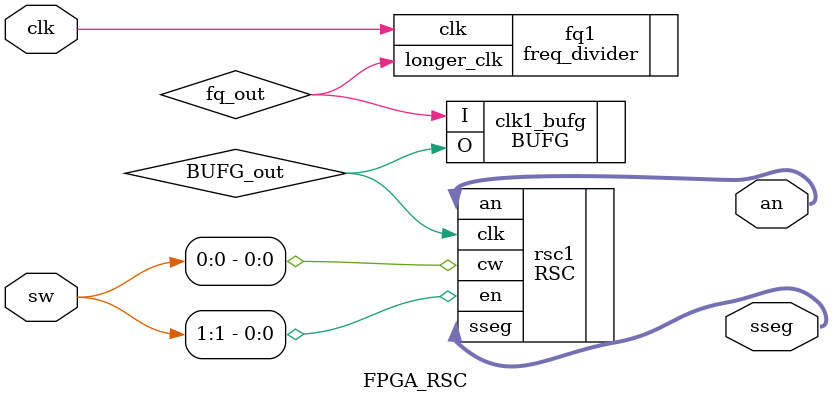
<source format=v>
`timescale 1ns / 1ps

module FPGA_RSC(
	input wire clk,  
	input wire [1:0] sw, //en and cw
	output wire [3:0] an,
	output wire [6:0] sseg
   );

	//internal signal
	wire fq_out, BUFG_out;

	freq_divider fq1(
		.clk(clk),
		.longer_clk(fq_out)
		);
	
	//removes low skew warning from freq_divider
	BUFG clk1_bufg (
		.I (fq_out), 
		.O (BUFG_out)
		);	

  // instantiate 7-seg LED display module
   RSC rsc1(
		.clk(BUFG_out),
		.en(sw[1]),
		.cw(sw[0]),
		.an(an),
		.sseg(sseg)
		);

endmodule

</source>
